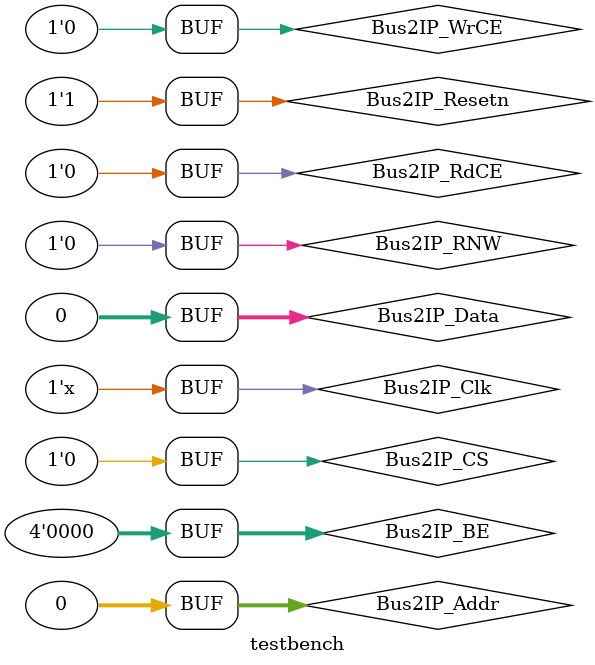
<source format=v>
`timescale 1ns / 1ps

module testbench;
	reg Bus2IP_Clk;
	reg Bus2IP_Resetn;
	reg[31:0] Bus2IP_Addr;
	reg[0:0] Bus2IP_CS;
	reg Bus2IP_RNW;
	reg[31:0] Bus2IP_Data;
	reg[3:0] Bus2IP_BE;
	reg[0:0] Bus2IP_RdCE;
	reg[0:0] Bus2IP_WrCE;
	wire[31:0] IP2Bus_Data;
	wire IP2Bus_RdAck;
	wire IP2Bus_WrAck;
	wire IP2Bus_Error;
	wire hsync;
	wire vsync;
	wire[7:0] rgb;

	user_logic uut(
		.Bus2IP_Clk(Bus2IP_Clk), 
		.Bus2IP_Resetn(Bus2IP_Resetn), 
		.Bus2IP_Addr(Bus2IP_Addr), 
		.Bus2IP_CS(Bus2IP_CS), 
		.Bus2IP_RNW(Bus2IP_RNW), 
		.Bus2IP_Data(Bus2IP_Data), 
		.Bus2IP_BE(Bus2IP_BE), 
		.Bus2IP_RdCE(Bus2IP_RdCE), 
		.Bus2IP_WrCE(Bus2IP_WrCE), 
		.IP2Bus_Data(IP2Bus_Data), 
		.IP2Bus_RdAck(IP2Bus_RdAck), 
		.IP2Bus_WrAck(IP2Bus_WrAck), 
		.IP2Bus_Error(IP2Bus_Error), 
		.hsync(hsync), 
		.vsync(vsync), 
		.rgb(rgb)
	);

	initial begin
		Bus2IP_Clk=0;
		Bus2IP_Resetn=0;
		Bus2IP_Addr=0;
		Bus2IP_CS=0;
		Bus2IP_RNW=0;
		Bus2IP_Data=0;
		Bus2IP_BE=0;
		Bus2IP_RdCE=0;
		Bus2IP_WrCE=0;
		#100;
		Bus2IP_Resetn=1;
	end
      
	always #5 Bus2IP_Clk<=~Bus2IP_Clk;
		
endmodule

</source>
